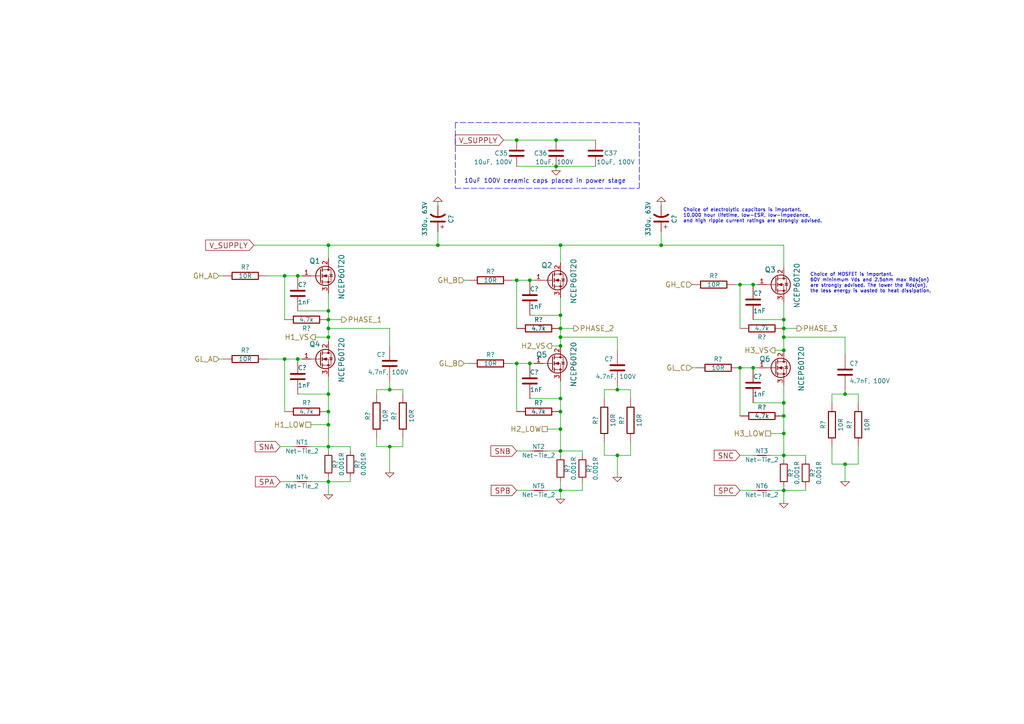
<source format=kicad_sch>
(kicad_sch (version 20231120) (generator "eeschema") (generator_version "8.0")
  (paper "A4")
  (title_block (title "Cheap FOCer 2") (date "2020-04-08") (rev "0.9") (company "Shaman Systems") (comment 1 "Root") (comment 4 "Top level"))
  (lib_symbols
    (symbol "BLDC_4-rescue:C-RESCUE-BLDC_4" (pin_numbers hide) (pin_names (offset 0.254))
      (property "Reference" "C" (at 0 2.54 0))
      (property "Value" "C-RESCUE-BLDC_4" (at 0.1524 -2.159 0))
      (symbol "C-RESCUE-BLDC_4_0_1"
        (polyline (pts (xy -2.032 -0.762) (xy 2.032 -0.762)) (stroke (width 0.508)))
        (polyline (pts (xy -2.032 0.762) (xy 2.032 0.762)) (stroke (width 0.508)))
      )
      (symbol "C-RESCUE-BLDC_4_1_1"
        (pin passive line (at 0 5.08 270) (length 4.318) (name "~") (number "1"))
        (pin passive line (at 0 -5.08 90) (length 4.318) (name "~") (number "2"))
      )
    )
    (symbol "BLDC_4-rescue:GND-RESCUE-BLDC_4" (power) (pin_names (offset 0))
      (symbol "GND-RESCUE-BLDC_4_0_1"
        (polyline (pts (xy -1.27 0) (xy 0 -1.27) (xy 1.27 0) (xy -1.27 0)))
      )
      (symbol "GND-RESCUE-BLDC_4_1_1"
        (pin power_in line (at 0 0 90) (length 0) hide (name "GND") (number "1"))
      )
    )
    (symbol "BLDC_4-rescue:R-RESCUE-BLDC_4" (pin_numbers hide) (pin_names (offset 0))
      (property "Reference" "R" (at 2.032 0 90))
      (property "Value" "R-RESCUE-BLDC_4" (at 0.1778 0.0254 90))
      (symbol "R-RESCUE-BLDC_4_0_1"
        (rectangle (start -1.016 3.81) (end 1.016 -3.81) (stroke (width 0.3048)))
      )
      (symbol "R-RESCUE-BLDC_4_1_1"
        (pin passive line (at 0 6.35 270) (length 2.54) (name "~") (number "1"))
        (pin passive line (at 0 -6.35 90) (length 2.54) (name "~") (number "2"))
      )
    )
    (symbol "Cheap FOCer 2 60mm-rescue:CP1-Device" (pin_numbers hide) (pin_names (offset 0.254) hide)
      (property "Reference" "C" (at 0.635 2.54 0))
      (property "Value" "Device_CP1" (at 0.635 -2.54 0))
      (symbol "CP1-Device_0_1"
        (polyline (pts (xy -2.032 0.762) (xy 2.032 0.762)) (stroke (width 0.508)))
        (polyline (pts (xy -1.778 2.286) (xy -0.762 2.286)))
        (polyline (pts (xy -1.27 1.778) (xy -1.27 2.794)))
        (arc (start 2.032 -1.27) (mid 0 -0.5572) (end -2.032 -1.27) (stroke (width 0.508)))
      )
      (symbol "CP1-Device_1_1"
        (pin passive line (at 0 3.81 270) (length 2.794) (name "~") (number "1"))
        (pin passive line (at 0 -3.81 90) (length 3.302) (name "~") (number "2"))
      )
    )
    (symbol "Cheap FOCer 2 60mm-rescue:Net-Tie_2-Device" (pin_numbers hide) (pin_names (offset 0) hide)
      (property "Reference" "NT" (at 0 1.27 0))
      (property "Value" "Device_Net-Tie_2" (at 0 -1.27 0))
      (symbol "Net-Tie_2-Device_0_1"
        (polyline (pts (xy -1.27 0) (xy 1.27 0)) (stroke (width 0.254)))
      )
      (symbol "Net-Tie_2-Device_1_1"
        (pin passive line (at -2.54 0 0) (length 2.54) (name "1") (number "1"))
        (pin passive line (at 2.54 0 180) (length 2.54) (name "2") (number "2"))
      )
    )
    (symbol "Device:C" (pin_numbers hide) (pin_names (offset 0.254))
      (property "Reference" "C" (at 0.635 2.54 0))
      (property "Value" "C" (at 0.635 -2.54 0))
      (symbol "C_0_1"
        (polyline (pts (xy -2.032 -0.762) (xy 2.032 -0.762)) (stroke (width 0.508)))
        (polyline (pts (xy -2.032 0.762) (xy 2.032 0.762)) (stroke (width 0.508)))
      )
      (symbol "C_1_1"
        (pin passive line (at 0 3.81 270) (length 2.794) (name "~") (number "1"))
        (pin passive line (at 0 -3.81 90) (length 2.794) (name "~") (number "2"))
      )
    )
    (symbol "Device:Q_NMOS_GDS" (pin_names (offset 0) hide)
      (property "Reference" "Q" (at 5.08 1.27 0))
      (property "Value" "Q_NMOS_GDS" (at 5.08 -1.27 0))
      (symbol "Q_NMOS_GDS_0_1"
        (polyline (pts (xy 0.254 0) (xy -2.54 0)))
        (polyline (pts (xy 0.254 1.905) (xy 0.254 -1.905)) (stroke (width 0.254)))
        (polyline (pts (xy 0.762 -1.27) (xy 0.762 -2.286)) (stroke (width 0.254)))
        (polyline (pts (xy 0.762 0.508) (xy 0.762 -0.508)) (stroke (width 0.254)))
        (polyline (pts (xy 0.762 2.286) (xy 0.762 1.27)) (stroke (width 0.254)))
        (polyline (pts (xy 2.54 2.54) (xy 2.54 1.778)))
        (polyline (pts (xy 2.54 -2.54) (xy 2.54 0) (xy 0.762 0)))
        (polyline (pts (xy 0.762 -1.778) (xy 3.302 -1.778) (xy 3.302 1.778) (xy 0.762 1.778)))
        (polyline (pts (xy 1.016 0) (xy 2.032 0.381) (xy 2.032 -0.381) (xy 1.016 0)) (fill (type outline)))
        (polyline (pts (xy 2.794 0.508) (xy 2.921 0.381) (xy 3.683 0.381) (xy 3.81 0.254)))
        (polyline (pts (xy 3.302 0.381) (xy 2.921 -0.254) (xy 3.683 -0.254) (xy 3.302 0.381)))
        (circle (center 1.651 0) (radius 2.794) (stroke (width 0.254)))
        (circle (center 2.54 -1.778) (radius 0.254) (fill (type outline)))
        (circle (center 2.54 1.778) (radius 0.254) (fill (type outline)))
      )
      (symbol "Q_NMOS_GDS_1_1"
        (pin input line (at -5.08 0 0) (length 2.54) (name "G") (number "1"))
        (pin passive line (at 2.54 5.08 270) (length 2.54) (name "D") (number "2"))
        (pin passive line (at 2.54 -5.08 90) (length 2.54) (name "S") (number "3"))
      )
    )
    (symbol "Device:R" (pin_numbers hide) (pin_names (offset 0))
      (property "Reference" "R" (at 2.032 0 90))
      (property "Value" "R" (at 0 0 90))
      (symbol "R_0_1"
        (rectangle (start -1.016 -2.54) (end 1.016 2.54) (stroke (width 0.254)))
      )
      (symbol "R_1_1"
        (pin passive line (at 0 3.81 270) (length 1.27) (name "~") (number "1"))
        (pin passive line (at 0 -3.81 90) (length 1.27) (name "~") (number "2"))
      )
    )
  )
  (junction (at 227.33 95.25))
  (junction (at 113.03 129.54))
  (junction (at 86.36 104.14))
  (junction (at 227.33 97.79))
  (junction (at 153.67 105.41))
  (junction (at 95.25 119.38))
  (junction (at 113.03 113.03))
  (junction (at 214.63 106.68))
  (junction (at 149.86 81.28))
  (junction (at 162.56 142.24))
  (junction (at 162.56 119.38))
  (junction (at 227.33 92.71))
  (junction (at 191.77 71.12))
  (junction (at 127 71.12))
  (junction (at 153.67 81.28))
  (junction (at 149.86 40.64))
  (junction (at 161.29 48.26))
  (junction (at 82.55 80.01))
  (junction (at 214.63 82.55))
  (junction (at 179.07 113.03))
  (junction (at 162.56 91.44))
  (junction (at 95.25 90.17))
  (junction (at 82.55 104.14))
  (junction (at 218.44 106.68))
  (junction (at 162.56 130.81))
  (junction (at 227.33 125.73))
  (junction (at 162.56 124.46))
  (junction (at 227.33 101.6))
  (junction (at 227.33 116.84))
  (junction (at 179.07 132.08))
  (junction (at 95.25 123.19))
  (junction (at 149.86 105.41))
  (junction (at 245.11 114.3))
  (junction (at 162.56 115.57))
  (junction (at 95.25 95.25))
  (junction (at 245.11 134.62))
  (junction (at 95.25 71.12))
  (junction (at 162.56 100.33))
  (junction (at 227.33 120.65))
  (junction (at 95.25 97.79))
  (junction (at 95.25 129.54))
  (junction (at 227.33 132.08))
  (junction (at 95.25 139.7))
  (junction (at 95.25 114.3))
  (junction (at 162.56 97.79))
  (junction (at 161.29 40.64))
  (junction (at 162.56 95.25))
  (junction (at 218.44 82.55))
  (junction (at 227.33 142.24))
  (junction (at 162.56 71.12))
  (junction (at 95.25 92.71))
  (junction (at 86.36 80.01))
  (polyline (pts (xy 132.08 35.56) (xy 132.08 54.61)) (stroke (width 0) (type dash)))
  (wire (pts (xy 182.88 113.03) (xy 179.07 113.03)))
  (wire (pts (xy 200.66 106.68) (xy 201.93 106.68)))
  (wire (pts (xy 113.03 113.03) (xy 109.22 113.03)))
  (wire (pts (xy 134.62 105.41) (xy 135.89 105.41)))
  (wire (pts (xy 162.56 95.25) (xy 166.37 95.25)))
  (wire (pts (xy 179.07 132.08) (xy 175.26 132.08)))
  (wire (pts (xy 227.33 146.05) (xy 227.33 142.24)))
  (wire (pts (xy 95.25 90.17) (xy 95.25 92.71)))
  (wire (pts (xy 179.07 111.76) (xy 179.07 113.03)))
  (wire (pts (xy 248.92 114.3) (xy 245.11 114.3)))
  (wire (pts (xy 95.25 85.09) (xy 95.25 90.17)))
  (wire (pts (xy 95.25 92.71) (xy 95.25 95.25)))
  (wire (pts (xy 214.63 82.55) (xy 214.63 95.25)))
  (wire (pts (xy 245.11 102.87) (xy 245.11 97.79)))
  (wire (pts (xy 227.33 120.65) (xy 227.33 125.73)))
  (wire (pts (xy 233.68 132.08) (xy 227.33 132.08)))
  (wire (pts (xy 227.33 92.71) (xy 227.33 95.25)))
  (wire (pts (xy 162.56 115.57) (xy 162.56 119.38)))
  (wire (pts (xy 153.67 91.44) (xy 162.56 91.44)))
  (wire (pts (xy 90.17 139.7) (xy 95.25 139.7)))
  (wire (pts (xy 86.36 90.17) (xy 95.25 90.17)))
  (wire (pts (xy 81.28 139.7) (xy 85.09 139.7)))
  (wire (pts (xy 162.56 95.25) (xy 162.56 97.79)))
  (wire (pts (xy 153.67 105.41) (xy 154.94 105.41)))
  (wire (pts (xy 162.56 144.78) (xy 162.56 142.24)))
  (wire (pts (xy 168.91 130.81) (xy 162.56 130.81)))
  (wire (pts (xy 233.68 140.97) (xy 233.68 142.24)))
  (wire (pts (xy 127 59.69) (xy 127 58.42)))
  (wire (pts (xy 95.25 123.19) (xy 95.25 129.54)))
  (wire (pts (xy 113.03 100.33) (xy 113.03 95.25)))
  (wire (pts (xy 82.55 92.71) (xy 82.55 80.01)))
  (wire (pts (xy 149.86 119.38) (xy 149.86 105.41)))
  (wire (pts (xy 86.36 80.01) (xy 87.63 80.01)))
  (wire (pts (xy 182.88 128.27) (xy 182.88 132.08)))
  (wire (pts (xy 95.25 109.22) (xy 95.25 114.3)))
  (wire (pts (xy 191.77 71.12) (xy 227.33 71.12)))
  (wire (pts (xy 248.92 134.62) (xy 245.11 134.62)))
  (wire (pts (xy 95.25 97.79) (xy 95.25 99.06)))
  (wire (pts (xy 241.3 114.3) (xy 241.3 116.84)))
  (wire (pts (xy 245.11 113.03) (xy 245.11 114.3)))
  (wire (pts (xy 127 71.12) (xy 162.56 71.12)))
  (wire (pts (xy 227.33 111.76) (xy 227.33 116.84)))
  (wire (pts (xy 158.75 124.46) (xy 162.56 124.46)))
  (wire (pts (xy 113.03 110.49) (xy 113.03 113.03)))
  (wire (pts (xy 127 67.31) (xy 127 71.12)))
  (wire (pts (xy 90.17 129.54) (xy 95.25 129.54)))
  (wire (pts (xy 241.3 134.62) (xy 241.3 129.54)))
  (wire (pts (xy 153.67 81.28) (xy 154.94 81.28)))
  (wire (pts (xy 95.25 95.25) (xy 95.25 97.79)))
  (wire (pts (xy 214.63 142.24) (xy 218.44 142.24)))
  (wire (pts (xy 218.44 82.55) (xy 219.71 82.55)))
  (wire (pts (xy 245.11 114.3) (xy 241.3 114.3)))
  (wire (pts (xy 161.29 48.26) (xy 161.29 49.53)))
  (wire (pts (xy 227.33 116.84) (xy 227.33 120.65)))
  (wire (pts (xy 91.44 97.79) (xy 95.25 97.79)))
  (wire (pts (xy 149.86 81.28) (xy 153.67 81.28)))
  (wire (pts (xy 227.33 71.12) (xy 227.33 77.47)))
  (wire (pts (xy 149.86 142.24) (xy 153.67 142.24)))
  (wire (pts (xy 227.33 95.25) (xy 227.33 97.79)))
  (wire (pts (xy 116.84 113.03) (xy 113.03 113.03)))
  (wire (pts (xy 160.02 100.33) (xy 162.56 100.33)))
  (wire (pts (xy 182.88 132.08) (xy 179.07 132.08)))
  (wire (pts (xy 168.91 132.08) (xy 168.91 130.81)))
  (wire (pts (xy 162.56 86.36) (xy 162.56 91.44)))
  (polyline (pts (xy 185.42 54.61) (xy 185.42 35.56)) (stroke (width 0) (type dash)))
  (wire (pts (xy 179.07 138.43) (xy 179.07 132.08)))
  (wire (pts (xy 224.79 101.6) (xy 227.33 101.6)))
  (wire (pts (xy 95.25 119.38) (xy 95.25 123.19)))
  (wire (pts (xy 101.6 139.7) (xy 95.25 139.7)))
  (wire (pts (xy 95.25 95.25) (xy 113.03 95.25)))
  (wire (pts (xy 95.25 114.3) (xy 95.25 119.38)))
  (wire (pts (xy 162.56 124.46) (xy 162.56 130.81)))
  (wire (pts (xy 227.33 97.79) (xy 227.33 101.6)))
  (wire (pts (xy 162.56 97.79) (xy 162.56 100.33)))
  (wire (pts (xy 179.07 101.6) (xy 179.07 97.79)))
  (wire (pts (xy 162.56 110.49) (xy 162.56 115.57)))
  (wire (pts (xy 63.5 104.14) (xy 64.77 104.14)))
  (wire (pts (xy 161.29 40.64) (xy 172.72 40.64)))
  (wire (pts (xy 214.63 106.68) (xy 218.44 106.68)))
  (wire (pts (xy 227.33 97.79) (xy 245.11 97.79)))
  (wire (pts (xy 218.44 106.68) (xy 219.71 106.68)))
  (wire (pts (xy 95.25 139.7) (xy 95.25 143.51)))
  (wire (pts (xy 116.84 129.54) (xy 113.03 129.54)))
  (wire (pts (xy 168.91 142.24) (xy 162.56 142.24)))
  (wire (pts (xy 191.77 59.69) (xy 191.77 58.42)))
  (wire (pts (xy 86.36 114.3) (xy 95.25 114.3)))
  (wire (pts (xy 95.25 92.71) (xy 99.06 92.71)))
  (wire (pts (xy 86.36 104.14) (xy 87.63 104.14)))
  (wire (pts (xy 227.33 87.63) (xy 227.33 92.71)))
  (wire (pts (xy 146.05 40.64) (xy 149.86 40.64)))
  (wire (pts (xy 113.03 129.54) (xy 109.22 129.54)))
  (wire (pts (xy 223.52 142.24) (xy 227.33 142.24)))
  (wire (pts (xy 73.66 71.12) (xy 95.25 71.12)))
  (wire (pts (xy 116.84 127) (xy 116.84 129.54)))
  (wire (pts (xy 213.36 82.55) (xy 214.63 82.55)))
  (wire (pts (xy 168.91 139.7) (xy 168.91 142.24)))
  (wire (pts (xy 245.11 134.62) (xy 241.3 134.62)))
  (wire (pts (xy 162.56 91.44) (xy 162.56 95.25)))
  (wire (pts (xy 82.55 104.14) (xy 86.36 104.14)))
  (wire (pts (xy 175.26 132.08) (xy 175.26 128.27)))
  (wire (pts (xy 149.86 105.41) (xy 153.67 105.41)))
  (wire (pts (xy 101.6 130.81) (xy 101.6 129.54)))
  (polyline (pts (xy 132.08 54.61) (xy 185.42 54.61)) (stroke (width 0) (type dash)))
  (wire (pts (xy 153.67 115.57) (xy 162.56 115.57)))
  (wire (pts (xy 248.92 129.54) (xy 248.92 134.62)))
  (wire (pts (xy 82.55 119.38) (xy 82.55 104.14)))
  (wire (pts (xy 149.86 130.81) (xy 153.67 130.81)))
  (wire (pts (xy 95.25 71.12) (xy 127 71.12)))
  (wire (pts (xy 218.44 116.84) (xy 227.33 116.84)))
  (wire (pts (xy 95.25 139.7) (xy 95.25 138.43)))
  (wire (pts (xy 227.33 95.25) (xy 231.14 95.25)))
  (wire (pts (xy 162.56 71.12) (xy 191.77 71.12)))
  (wire (pts (xy 148.59 105.41) (xy 149.86 105.41)))
  (wire (pts (xy 223.52 125.73) (xy 227.33 125.73)))
  (wire (pts (xy 158.75 142.24) (xy 162.56 142.24)))
  (wire (pts (xy 77.47 104.14) (xy 82.55 104.14)))
  (wire (pts (xy 148.59 81.28) (xy 149.86 81.28)))
  (wire (pts (xy 248.92 116.84) (xy 248.92 114.3)))
  (wire (pts (xy 90.17 123.19) (xy 95.25 123.19)))
  (wire (pts (xy 63.5 80.01) (xy 64.77 80.01)))
  (wire (pts (xy 158.75 130.81) (xy 162.56 130.81)))
  (wire (pts (xy 162.56 119.38) (xy 162.56 124.46)))
  (wire (pts (xy 223.52 132.08) (xy 227.33 132.08)))
  (wire (pts (xy 95.25 129.54) (xy 95.25 130.81)))
  (wire (pts (xy 233.68 133.35) (xy 233.68 132.08)))
  (wire (pts (xy 77.47 80.01) (xy 82.55 80.01)))
  (wire (pts (xy 101.6 138.43) (xy 101.6 139.7)))
  (wire (pts (xy 162.56 76.2) (xy 162.56 71.12)))
  (wire (pts (xy 101.6 129.54) (xy 95.25 129.54)))
  (wire (pts (xy 116.84 114.3) (xy 116.84 113.03)))
  (wire (pts (xy 113.03 137.16) (xy 113.03 129.54)))
  (wire (pts (xy 82.55 80.01) (xy 86.36 80.01)))
  (wire (pts (xy 218.44 92.71) (xy 227.33 92.71)))
  (wire (pts (xy 81.28 129.54) (xy 85.09 129.54)))
  (wire (pts (xy 162.56 142.24) (xy 162.56 139.7)))
  (wire (pts (xy 227.33 142.24) (xy 227.33 140.97)))
  (wire (pts (xy 227.33 125.73) (xy 227.33 132.08)))
  (wire (pts (xy 214.63 120.65) (xy 214.63 106.68)))
  (wire (pts (xy 162.56 97.79) (xy 179.07 97.79)))
  (wire (pts (xy 95.25 71.12) (xy 95.25 74.93)))
  (wire (pts (xy 227.33 132.08) (xy 227.33 133.35)))
  (wire (pts (xy 109.22 129.54) (xy 109.22 127)))
  (polyline (pts (xy 185.42 35.56) (xy 132.08 35.56)) (stroke (width 0) (type dash)))
  (wire (pts (xy 182.88 115.57) (xy 182.88 113.03)))
  (wire (pts (xy 233.68 142.24) (xy 227.33 142.24)))
  (wire (pts (xy 161.29 48.26) (xy 172.72 48.26)))
  (wire (pts (xy 162.56 130.81) (xy 162.56 132.08)))
  (wire (pts (xy 245.11 139.7) (xy 245.11 134.62)))
  (wire (pts (xy 149.86 81.28) (xy 149.86 95.25)))
  (wire (pts (xy 109.22 113.03) (xy 109.22 114.3)))
  (wire (pts (xy 214.63 132.08) (xy 218.44 132.08)))
  (wire (pts (xy 191.77 67.31) (xy 191.77 71.12)))
  (wire (pts (xy 149.86 40.64) (xy 161.29 40.64)))
  (wire (pts (xy 175.26 113.03) (xy 175.26 115.57)))
  (wire (pts (xy 214.63 82.55) (xy 218.44 82.55)))
  (wire (pts (xy 149.86 48.26) (xy 161.29 48.26)))
  (wire (pts (xy 134.62 81.28) (xy 135.89 81.28)))
  (wire (pts (xy 179.07 113.03) (xy 175.26 113.03)))
  (text "10uF 100V ceramic caps placed in power stage" (at 134.62 53.34 0) (effects (font (size 1.27 1.27)) (justify left bottom)))
  (text "Choice of MOSFET is important. \n60V mininmum Vds and 2.5ohm max Rds(on) \nare strongly advised. The lower the Rds(on), \nthe less energy is wasted to heat dissipation. " (at 234.95 85.09 0) (effects (font (size 0.9906 0.9906)) (justify left bottom)))
  (text "Choice of electrolytic capcitors is important. \n10,000 hour lifetime, low-ESR, low-impedance, \nand high ripple current ratings are strongly advised." (at 198.12 64.77 0) (effects (font (size 0.9906 0.9906)) (justify left bottom)))
  (global_label "SNB" (shape input) (at 149.86 130.81 180) (effects (font (size 1.524 1.524))) (property "Intersheetrefs" "${INTERSHEET_REFS}" (effects (hide yes))))
  (global_label "SNC" (shape input) (at 214.63 132.08 180) (effects (font (size 1.524 1.524))) (property "Intersheetrefs" "${INTERSHEET_REFS}" (effects (hide yes))))
  (global_label "V_SUPPLY" (shape input) (at 146.05 40.64 180) (effects (font (size 1.524 1.524))) (property "Intersheetrefs" "${INTERSHEET_REFS}" (effects (hide yes))))
  (global_label "SNA" (shape input) (at 81.28 129.54 180) (effects (font (size 1.524 1.524))) (property "Intersheetrefs" "${INTERSHEET_REFS}" (effects (hide yes))))
  (global_label "SPC" (shape input) (at 214.63 142.24 180) (effects (font (size 1.524 1.524))) (property "Intersheetrefs" "${INTERSHEET_REFS}" (effects (hide yes))))
  (global_label "SPA" (shape input) (at 81.28 139.7 180) (effects (font (size 1.524 1.524))) (property "Intersheetrefs" "${INTERSHEET_REFS}" (effects (hide yes))))
  (global_label "V_SUPPLY" (shape input) (at 73.66 71.12 180) (effects (font (size 1.524 1.524))) (property "Intersheetrefs" "${INTERSHEET_REFS}" (effects (hide yes))))
  (global_label "SPB" (shape input) (at 149.86 142.24 180) (effects (font (size 1.524 1.524))) (property "Intersheetrefs" "${INTERSHEET_REFS}" (effects (hide yes))))
  (hierarchical_label "GH_A" (shape input) (at 63.5 80.01 180) (effects (font (size 1.524 1.524))))
  (hierarchical_label "PHASE_2" (shape output) (at 166.37 95.25 0) (effects (font (size 1.524 1.524))))
  (hierarchical_label "H3_VS" (shape output) (at 224.79 101.6 180) (effects (font (size 1.524 1.524))))
  (hierarchical_label "GL_C" (shape input) (at 200.66 106.68 180) (effects (font (size 1.524 1.524))))
  (hierarchical_label "H2_LOW" (shape passive) (at 158.75 124.46 180) (effects (font (size 1.524 1.524))))
  (hierarchical_label "GH_B" (shape input) (at 134.62 81.28 180) (effects (font (size 1.524 1.524))))
  (hierarchical_label "GL_B" (shape input) (at 134.62 105.41 180) (effects (font (size 1.524 1.524))))
  (hierarchical_label "PHASE_3" (shape output) (at 231.14 95.25 0) (effects (font (size 1.524 1.524))))
  (hierarchical_label "H3_LOW" (shape passive) (at 223.52 125.73 180) (effects (font (size 1.524 1.524))))
  (hierarchical_label "H1_VS" (shape output) (at 91.44 97.79 180) (effects (font (size 1.524 1.524))))
  (hierarchical_label "GH_C" (shape input) (at 200.66 82.55 180) (effects (font (size 1.524 1.524))))
  (hierarchical_label "H2_VS" (shape output) (at 160.02 100.33 180) (effects (font (size 1.524 1.524))))
  (hierarchical_label "GL_A" (shape input) (at 63.5 104.14 180) (effects (font (size 1.524 1.524))))
  (hierarchical_label "H1_LOW" (shape passive) (at 90.17 123.19 180) (effects (font (size 1.524 1.524))))
  (hierarchical_label "PHASE_1" (shape output) (at 99.06 92.71 0) (effects (font (size 1.524 1.524))))
  (symbol (lib_id "Device:Q_NMOS_GDS") (at 92.71 80.01 0) (unit 1)
    (property "Reference" "Q1" (at 92.964 75.692 0) (effects (font (size 1.524 1.524)) (justify right)))
    (property "Value" "NCEP60T20" (at 99.06 73.66 90) (effects (font (size 1.524 1.524)) (justify right)))
    (property "Footprint" "shapes3D:TO-220-3_Horizontal_TabUp_no_hole" (effects (hide yes)))
  )
  (symbol (lib_id "Device:Q_NMOS_GDS") (at 92.71 104.14 0) (unit 1)
    (property "Reference" "Q4" (at 92.964 99.822 0) (effects (font (size 1.524 1.524)) (justify right)))
    (property "Value" "NCEP60T20" (at 99.06 97.79 90) (effects (font (size 1.524 1.524)) (justify right)))
    (property "Footprint" "shapes3D:TO-220-3_Horizontal_TabUp_no_hole" (effects (hide yes)))
  )
  (symbol (lib_id "Device:Q_NMOS_GDS") (at 160.02 105.41 0) (unit 1)
    (property "Reference" "Q5" (at 158.75 102.87 0) (effects (font (size 1.524 1.524)) (justify right)))
    (property "Value" "NCEP60T20" (at 166.37 99.06 90) (effects (font (size 1.524 1.524)) (justify right)))
    (property "Footprint" "shapes3D:TO-220-3_Horizontal_TabUp_no_hole" (effects (hide yes)))
  )
  (symbol (lib_id "Device:Q_NMOS_GDS") (at 160.02 81.28 0) (unit 1)
    (property "Reference" "Q2" (at 160.274 76.962 0) (effects (font (size 1.524 1.524)) (justify right)))
    (property "Value" "NCEP60T20" (at 166.37 74.93 90) (effects (font (size 1.524 1.524)) (justify right)))
    (property "Footprint" "shapes3D:TO-220-3_Horizontal_TabUp_no_hole" (effects (hide yes)))
  )
  (symbol (lib_id "Device:Q_NMOS_GDS") (at 224.79 82.55 0) (unit 1)
    (property "Reference" "Q3" (at 225.044 78.232 0) (effects (font (size 1.524 1.524)) (justify right)))
    (property "Value" "NCEP60T20" (at 231.14 76.2 90) (effects (font (size 1.524 1.524)) (justify right)))
    (property "Footprint" "shapes3D:TO-220-3_Horizontal_TabUp_no_hole" (effects (hide yes)))
  )
  (symbol (lib_id "Device:Q_NMOS_GDS") (at 224.79 106.68 0) (unit 1)
    (property "Reference" "Q6" (at 223.52 104.14 0) (effects (font (size 1.524 1.524)) (justify right)))
    (property "Value" "NCEP60T20" (at 232.41 100.33 90) (effects (font (size 1.524 1.524)) (justify right)))
    (property "Footprint" "shapes3D:TO-220-3_Horizontal_TabUp_no_hole" (effects (hide yes)))
  )
  (symbol (lib_id "Device:R") (at 95.25 134.62 0) (mirror x) (unit 1)
    (property "Reference" "R56" (at 97.282 134.62 90))
    (property "Value" "0.001R" (at 99.06 134.62 90))
    (property "Footprint" "shapes3D:R_2512_Yageo_big_pads" (effects (hide yes)))
    (property "Datasheet" "https://www.mouser.com/datasheet/2/54/ss2h-2512-1302652.pdf" (effects (hide yes)))
    (instances (project "" (path "" (reference "R?") (unit 1)) (path "" (reference "R56") (unit 1))))
  )
  (symbol (lib_id "BLDC_4-rescue:GND-RESCUE-BLDC_4") (at 95.25 143.51 0) (unit 1)
    (property "Reference" "#PWR061" (effects (hide yes)))
    (property "Value" "GND" (effects (hide yes)))
    (instances (project "" (path "" (reference "#PWR?") (unit 1)) (path "" (reference "#PWR061") (unit 1))))
  )
  (symbol (lib_id "Device:R") (at 162.56 135.89 0) (mirror x) (unit 1)
    (property "Reference" "R58" (at 164.592 135.89 90))
    (property "Value" "0.001R" (at 166.37 135.89 90))
    (property "Footprint" "shapes3D:R_2512_Yageo_big_pads" (effects (hide yes)))
    (instances (project "" (path "" (reference "R?") (unit 1)) (path "" (reference "R58") (unit 1))))
  )
  (symbol (lib_id "Device:R") (at 227.33 137.16 0) (mirror x) (unit 1)
    (property "Reference" "R60" (at 229.362 137.16 90))
    (property "Value" "0.001R" (at 231.14 137.16 90))
    (property "Footprint" "shapes3D:R_2512_Yageo_big_pads" (effects (hide yes)))
    (instances (project "" (path "" (reference "R?") (unit 1)) (path "" (reference "R60") (unit 1))))
  )
  (symbol (lib_id "BLDC_4-rescue:GND-RESCUE-BLDC_4") (at 162.56 144.78 0) (unit 1)
    (property "Reference" "#PWR062" (effects (hide yes)))
    (property "Value" "GND" (effects (hide yes)))
    (instances (project "" (path "" (reference "#PWR?") (unit 1)) (path "" (reference "#PWR062") (unit 1))))
  )
  (symbol (lib_id "BLDC_4-rescue:GND-RESCUE-BLDC_4") (at 227.33 146.05 0) (unit 1)
    (property "Reference" "#PWR063" (effects (hide yes)))
    (property "Value" "GND" (effects (hide yes)))
    (instances (project "" (path "" (reference "#PWR?") (unit 1)) (path "" (reference "#PWR063") (unit 1))))
  )
  (symbol (lib_id "Cheap FOCer 2 60mm-rescue:CP1-Device") (at 127 63.5 180) (unit 1)
    (property "Reference" "C38" (at 130.81 62.23 90) (effects (justify left)))
    (property "Value" "330u, 63V" (at 123.19 58.42 90) (effects (justify left)))
    (property "Footprint" "w_capacitors:CP_10x20mm_hor_with_model_brd_edge" (effects (hide yes)))
    (instances (project "" (path "" (reference "C?") (unit 1)) (path "" (reference "C38") (unit 1))))
  )
  (symbol (lib_id "BLDC_4-rescue:GND-RESCUE-BLDC_4") (at 127 58.42 180) (unit 1)
    (property "Reference" "#PWR056" (effects (hide yes)))
    (property "Value" "GND" (effects (hide yes)))
    (instances (project "" (path "" (reference "#PWR?") (unit 1)) (path "" (reference "#PWR056") (unit 1))))
  )
  (symbol (lib_id "Device:C") (at 161.29 44.45 180) (unit 1)
    (property "Reference" "C36" (at 158.75 44.45 0) (effects (justify left)))
    (property "Value" "10uF, 100V" (at 166.37 46.99 0) (effects (justify left)))
    (property "Footprint" "Capacitor_SMD:C_2220_5650Metric_Pad1.97x5.40mm_HandSolder" (effects (hide yes)))
  )
  (symbol (lib_id "Device:C") (at 149.86 44.45 180) (unit 1)
    (property "Reference" "C35" (at 147.32 44.45 0) (effects (justify left)))
    (property "Value" "10uF, 100V" (at 148.59 46.99 0) (effects (justify left)))
    (property "Footprint" "Capacitor_SMD:C_2220_5650Metric_Pad1.97x5.40mm_HandSolder" (effects (hide yes)))
    (property "Datasheet" "https://www.mouser.com/datasheet/2/440/e_WIMA_MKS_4-1139797.pdf" (effects (hide yes)))
  )
  (symbol (lib_id "BLDC_4-rescue:GND-RESCUE-BLDC_4") (at 161.29 49.53 0) (unit 1)
    (property "Reference" "#PWR055" (effects (hide yes)))
    (property "Value" "GND" (effects (hide yes)))
    (instances (project "" (path "" (reference "#PWR?") (unit 1)) (path "" (reference "#PWR055") (unit 1))))
  )
  (symbol (lib_id "BLDC_4-rescue:R-RESCUE-BLDC_4") (at 88.9 119.38 90) (unit 1)
    (property "Reference" "R?" (at 88.9 116.84 90))
    (property "Value" "4.7k" (at 88.9 119.38 90))
    (property "Footprint" "Resistor_SMD:R_0603_1608Metric" (effects (hide yes)))
    (instances (project "" (path "" (reference "R?") (unit 1)) (path "" (reference "R50") (unit 1)) (path "" (reference "R?") (unit 1))))
  )
  (symbol (lib_id "BLDC_4-rescue:R-RESCUE-BLDC_4") (at 156.21 119.38 270) (unit 1)
    (property "Reference" "R?" (at 156.21 116.84 90))
    (property "Value" "4.7k" (at 156.21 119.38 90))
    (property "Footprint" "Resistor_SMD:R_0603_1608Metric" (effects (hide yes)))
    (instances (project "" (path "" (reference "R?") (unit 1)) (path "" (reference "R51") (unit 1)) (path "" (reference "R?") (unit 1))))
  )
  (symbol (lib_id "BLDC_4-rescue:R-RESCUE-BLDC_4") (at 220.98 120.65 270) (unit 1)
    (property "Reference" "R?" (at 220.98 118.11 90))
    (property "Value" "4.7k" (at 220.98 120.65 90))
    (property "Footprint" "Resistor_SMD:R_0603_1608Metric" (effects (hide yes)))
    (instances (project "" (path "" (reference "R?") (unit 1)) (path "" (reference "R52") (unit 1)) (path "" (reference "R?") (unit 1))))
  )
  (symbol (lib_id "BLDC_4-rescue:R-RESCUE-BLDC_4") (at 88.9 92.71 90) (unit 1)
    (property "Reference" "R?" (at 88.9 95.25 90))
    (property "Value" "4.7k" (at 88.9 92.71 90))
    (property "Footprint" "Resistor_SMD:R_0603_1608Metric" (effects (hide yes)))
    (instances (project "" (path "" (reference "R?") (unit 1)) (path "" (reference "R44") (unit 1)) (path "" (reference "R?") (unit 1))))
  )
  (symbol (lib_id "BLDC_4-rescue:R-RESCUE-BLDC_4") (at 156.21 95.25 270) (unit 1)
    (property "Reference" "R?" (at 156.21 92.71 90))
    (property "Value" "4.7k" (at 156.21 95.25 90))
    (property "Footprint" "Resistor_SMD:R_0603_1608Metric" (effects (hide yes)))
    (instances (project "" (path "" (reference "R?") (unit 1)) (path "" (reference "R45") (unit 1)) (path "" (reference "R?") (unit 1))))
  )
  (symbol (lib_id "BLDC_4-rescue:R-RESCUE-BLDC_4") (at 220.98 95.25 270) (unit 1)
    (property "Reference" "R?" (at 220.98 97.79 90))
    (property "Value" "4.7k" (at 220.98 95.25 90))
    (property "Footprint" "Resistor_SMD:R_0603_1608Metric" (effects (hide yes)))
    (instances (project "" (path "" (reference "R?") (unit 1)) (path "" (reference "R46") (unit 1)) (path "" (reference "R?") (unit 1))))
  )
  (symbol (lib_id "BLDC_4-rescue:R-RESCUE-BLDC_4") (at 109.22 120.65 180) (unit 1)
    (property "Reference" "R53" (at 106.68 120.65 90))
    (property "Value" "10R" (at 111.76 120.65 90))
    (property "Footprint" "Resistor_SMD:R_0805_2012Metric" (effects (hide yes)))
    (instances (project "" (path "" (reference "R?") (unit 1)) (path "" (reference "R53") (unit 1))))
  )
  (symbol (lib_id "BLDC_4-rescue:C-RESCUE-BLDC_4") (at 113.03 105.41 0) (unit 1)
    (property "Reference" "C40" (at 109.22 102.87 0) (effects (justify left)))
    (property "Value" "4.7nF, 100V" (at 106.68 107.95 0) (effects (justify left)))
    (property "Footprint" "Capacitor_SMD:C_0805_2012Metric" (effects (hide yes)))
    (instances (project "" (path "" (reference "C?") (unit 1)) (path "" (reference "C40") (unit 1))))
  )
  (symbol (lib_id "BLDC_4-rescue:GND-RESCUE-BLDC_4") (at 113.03 137.16 0) (unit 1)
    (property "Reference" "#PWR058" (effects (hide yes)))
    (property "Value" "GND" (effects (hide yes)))
    (instances (project "" (path "" (reference "#PWR?") (unit 1)) (path "" (reference "#PWR058") (unit 1))))
  )
  (symbol (lib_id "BLDC_4-rescue:R-RESCUE-BLDC_4") (at 175.26 121.92 180) (unit 1)
    (property "Reference" "R54" (at 172.72 121.92 90))
    (property "Value" "10R" (at 177.8 121.92 90))
    (property "Footprint" "Resistor_SMD:R_0805_2012Metric" (effects (hide yes)))
    (instances (project "" (path "" (reference "R?") (unit 1)) (path "" (reference "R54") (unit 1))))
  )
  (symbol (lib_id "BLDC_4-rescue:C-RESCUE-BLDC_4") (at 179.07 106.68 0) (unit 1)
    (property "Reference" "C41" (at 175.26 104.14 0) (effects (justify left)))
    (property "Value" "4.7nF, 100V" (at 172.72 109.22 0) (effects (justify left)))
    (property "Footprint" "Capacitor_SMD:C_0805_2012Metric" (effects (hide yes)))
    (instances (project "" (path "" (reference "C?") (unit 1)) (path "" (reference "C41") (unit 1))))
  )
  (symbol (lib_id "BLDC_4-rescue:GND-RESCUE-BLDC_4") (at 179.07 138.43 0) (unit 1)
    (property "Reference" "#PWR059" (effects (hide yes)))
    (property "Value" "GND" (effects (hide yes)))
    (instances (project "" (path "" (reference "#PWR?") (unit 1)) (path "" (reference "#PWR059") (unit 1))))
  )
  (symbol (lib_id "BLDC_4-rescue:R-RESCUE-BLDC_4") (at 241.3 123.19 180) (unit 1)
    (property "Reference" "R55" (at 238.76 123.19 90))
    (property "Value" "10R" (at 243.84 123.19 90))
    (property "Footprint" "Resistor_SMD:R_0805_2012Metric" (effects (hide yes)))
    (instances (project "" (path "" (reference "R?") (unit 1)) (path "" (reference "R55") (unit 1))))
  )
  (symbol (lib_id "BLDC_4-rescue:C-RESCUE-BLDC_4") (at 245.11 107.95 0) (unit 1)
    (property "Reference" "C42" (at 246.38 105.41 0) (effects (justify left)))
    (property "Value" "4.7nF, 100V" (at 246.38 110.49 0) (effects (justify left)))
    (property "Footprint" "Capacitor_SMD:C_0805_2012Metric" (effects (hide yes)))
    (instances (project "" (path "" (reference "C?") (unit 1)) (path "" (reference "C42") (unit 1))))
  )
  (symbol (lib_id "BLDC_4-rescue:GND-RESCUE-BLDC_4") (at 245.11 139.7 0) (unit 1)
    (property "Reference" "#PWR060" (effects (hide yes)))
    (property "Value" "GND" (effects (hide yes)))
    (instances (project "" (path "" (reference "#PWR?") (unit 1)) (path "" (reference "#PWR060") (unit 1))))
  )
  (symbol (lib_id "Cheap FOCer 2 60mm-rescue:Net-Tie_2-Device") (at 87.63 129.54 0) (unit 1)
    (property "Reference" "NT1" (at 87.63 128.27 0))
    (property "Value" "Net-Tie_2" (at 87.63 130.81 0))
    (property "Footprint" "NetTie:NetTie-2_SMD_Pad0.5mm" (effects (hide yes)))
  )
  (symbol (lib_id "Cheap FOCer 2 60mm-rescue:Net-Tie_2-Device") (at 87.63 139.7 0) (unit 1)
    (property "Reference" "NT4" (at 87.63 138.43 0))
    (property "Value" "Net-Tie_2" (at 87.63 140.97 0))
    (property "Footprint" "NetTie:NetTie-2_SMD_Pad0.5mm" (effects (hide yes)))
  )
  (symbol (lib_id "Cheap FOCer 2 60mm-rescue:Net-Tie_2-Device") (at 156.21 130.81 0) (unit 1)
    (property "Reference" "NT2" (at 156.21 129.54 0))
    (property "Value" "Net-Tie_2" (at 156.21 132.08 0))
    (property "Footprint" "NetTie:NetTie-2_SMD_Pad0.5mm" (effects (hide yes)))
  )
  (symbol (lib_id "Cheap FOCer 2 60mm-rescue:Net-Tie_2-Device") (at 156.21 142.24 0) (unit 1)
    (property "Reference" "NT5" (at 156.21 140.97 0))
    (property "Value" "Net-Tie_2" (at 156.21 143.51 0))
    (property "Footprint" "NetTie:NetTie-2_SMD_Pad0.5mm" (effects (hide yes)))
  )
  (symbol (lib_id "Cheap FOCer 2 60mm-rescue:Net-Tie_2-Device") (at 220.98 132.08 0) (unit 1)
    (property "Reference" "NT3" (at 220.98 130.81 0))
    (property "Value" "Net-Tie_2" (at 220.98 133.35 0))
    (property "Footprint" "NetTie:NetTie-2_SMD_Pad0.5mm" (effects (hide yes)))
  )
  (symbol (lib_id "Cheap FOCer 2 60mm-rescue:Net-Tie_2-Device") (at 220.98 142.24 0) (unit 1)
    (property "Reference" "NT6" (at 220.98 140.97 0))
    (property "Value" "Net-Tie_2" (at 220.98 143.51 0))
    (property "Footprint" "NetTie:NetTie-2_SMD_Pad0.5mm" (effects (hide yes)))
  )
  (symbol (lib_id "Cheap FOCer 2 60mm-rescue:CP1-Device") (at 191.77 63.5 180) (unit 1)
    (property "Reference" "C39" (at 195.58 62.23 90) (effects (justify left)))
    (property "Value" "330u, 63V" (at 187.96 58.42 90) (effects (justify left)))
    (property "Footprint" "w_capacitors:CP_10x20mm_hor_with_model_brd_edge" (effects (hide yes)))
    (instances (project "" (path "" (reference "C?") (unit 1)) (path "" (reference "C39") (unit 1))))
  )
  (symbol (lib_id "BLDC_4-rescue:GND-RESCUE-BLDC_4") (at 191.77 58.42 180) (unit 1)
    (property "Reference" "#PWR057" (effects (hide yes)))
    (property "Value" "GND" (effects (hide yes)))
    (instances (project "" (path "" (reference "#PWR?") (unit 1)) (path "" (reference "#PWR057") (unit 1))))
  )
  (symbol (lib_id "Device:R") (at 168.91 135.89 0) (mirror x) (unit 1)
    (property "Reference" "R59" (at 170.942 135.89 90))
    (property "Value" "0.001R" (at 172.72 135.89 90))
    (property "Footprint" "shapes3D:R_2512_Yageo_big_pads" (effects (hide yes)))
    (instances (project "" (path "" (reference "R?") (unit 1)) (path "" (reference "R59") (unit 1))))
  )
  (symbol (lib_id "Device:R") (at 101.6 134.62 0) (mirror x) (unit 1)
    (property "Reference" "R57" (at 103.632 134.62 90))
    (property "Value" "0.001R" (at 105.41 134.62 90))
    (property "Footprint" "shapes3D:R_2512_Yageo_big_pads" (effects (hide yes)))
    (instances (project "" (path "" (reference "R?") (unit 1)) (path "" (reference "R57") (unit 1))))
  )
  (symbol (lib_id "Device:R") (at 233.68 137.16 0) (mirror x) (unit 1)
    (property "Reference" "R61" (at 235.712 137.16 90))
    (property "Value" "0.001R" (at 237.49 137.16 90))
    (property "Footprint" "shapes3D:R_2512_Yageo_big_pads" (effects (hide yes)))
    (instances (project "" (path "" (reference "R?") (unit 1)) (path "" (reference "R61") (unit 1))))
  )
  (symbol (lib_id "BLDC_4-rescue:R-RESCUE-BLDC_4") (at 207.01 82.55 270) (unit 1)
    (property "Reference" "R?" (at 207.01 80.01 90))
    (property "Value" "10R" (at 207.01 82.55 90))
    (property "Footprint" "Resistor_SMD:R_0805_2012Metric" (effects (hide yes)))
    (instances (project "" (path "" (reference "R?") (unit 1)) (path "" (reference "R43") (unit 1)) (path "" (reference "R?") (unit 1))))
  )
  (symbol (lib_id "BLDC_4-rescue:R-RESCUE-BLDC_4") (at 208.28 106.68 270) (unit 1)
    (property "Reference" "R?" (at 208.28 104.14 90))
    (property "Value" "10R" (at 208.28 106.68 90))
    (property "Footprint" "Resistor_SMD:R_0805_2012Metric" (effects (hide yes)))
    (instances (project "" (path "" (reference "R?") (unit 1)) (path "" (reference "R49") (unit 1)) (path "" (reference "R?") (unit 1))))
  )
  (symbol (lib_id "BLDC_4-rescue:R-RESCUE-BLDC_4") (at 142.24 81.28 270) (unit 1)
    (property "Reference" "R?" (at 142.24 78.74 90))
    (property "Value" "10R" (at 142.24 81.28 90))
    (property "Footprint" "Resistor_SMD:R_0805_2012Metric" (effects (hide yes)))
    (instances (project "" (path "" (reference "R?") (unit 1)) (path "" (reference "R42") (unit 1)) (path "" (reference "R?") (unit 1))))
  )
  (symbol (lib_id "BLDC_4-rescue:R-RESCUE-BLDC_4") (at 142.24 105.41 270) (unit 1)
    (property "Reference" "R?" (at 142.24 102.87 90))
    (property "Value" "10R" (at 142.24 105.41 90))
    (property "Footprint" "Resistor_SMD:R_0805_2012Metric" (effects (hide yes)))
    (instances (project "" (path "" (reference "R?") (unit 1)) (path "" (reference "R48") (unit 1)) (path "" (reference "R?") (unit 1))))
  )
  (symbol (lib_id "BLDC_4-rescue:R-RESCUE-BLDC_4") (at 71.12 104.14 270) (unit 1)
    (property "Reference" "R?" (at 71.12 101.6 90))
    (property "Value" "10R" (at 71.12 104.14 90))
    (property "Footprint" "Resistor_SMD:R_0805_2012Metric" (effects (hide yes)))
    (instances (project "" (path "" (reference "R?") (unit 1)) (path "" (reference "R47") (unit 1)) (path "" (reference "R?") (unit 1))))
  )
  (symbol (lib_id "BLDC_4-rescue:R-RESCUE-BLDC_4") (at 71.12 80.01 270) (unit 1)
    (property "Reference" "R?" (at 71.12 77.47 90))
    (property "Value" "10R" (at 71.12 80.01 90))
    (property "Footprint" "Resistor_SMD:R_0805_2012Metric" (effects (hide yes)))
    (instances (project "" (path "" (reference "R?") (unit 1)) (path "" (reference "R41") (unit 1)) (path "" (reference "R?") (unit 1))))
  )
  (symbol (lib_id "Device:C") (at 172.72 44.45 180) (unit 1)
    (property "Reference" "C37" (at 179.07 44.45 0) (effects (justify left)))
    (property "Value" "10uF, 100V" (at 184.15 46.99 0) (effects (justify left)))
    (property "Footprint" "Capacitor_SMD:C_2220_5650Metric_Pad1.97x5.40mm_HandSolder" (effects (hide yes)))
    (property "Datasheet" "https://www.mouser.com/datasheet/2/440/e_WIMA_MKS_4-1139797.pdf" (effects (hide yes)))
  )
  (symbol (lib_id "BLDC_4-rescue:R-RESCUE-BLDC_4") (at 116.84 120.65 180) (unit 1)
    (property "Reference" "R33" (at 114.3 120.65 90))
    (property "Value" "10R" (at 119.38 120.65 90))
    (property "Footprint" "Resistor_SMD:R_0805_2012Metric" (effects (hide yes)))
    (instances (project "" (path "" (reference "R?") (unit 1)) (path "" (reference "R33") (unit 1))))
  )
  (symbol (lib_id "BLDC_4-rescue:R-RESCUE-BLDC_4") (at 182.88 121.92 180) (unit 1)
    (property "Reference" "R37" (at 180.34 121.92 90))
    (property "Value" "10R" (at 185.42 121.92 90))
    (property "Footprint" "Resistor_SMD:R_0805_2012Metric" (effects (hide yes)))
    (instances (project "" (path "" (reference "R?") (unit 1)) (path "" (reference "R37") (unit 1))))
  )
  (symbol (lib_id "BLDC_4-rescue:R-RESCUE-BLDC_4") (at 248.92 123.19 180) (unit 1)
    (property "Reference" "R39" (at 246.38 123.19 90))
    (property "Value" "10R" (at 251.46 123.19 90))
    (property "Footprint" "Resistor_SMD:R_0805_2012Metric" (effects (hide yes)))
    (instances (project "" (path "" (reference "R?") (unit 1)) (path "" (reference "R39") (unit 1))))
  )
  (symbol (lib_id "BLDC_4-rescue:C-RESCUE-BLDC_4") (at 86.36 85.09 0) (unit 1)
    (property "Reference" "C61" (at 86.36 82.55 0) (effects (justify left)))
    (property "Value" "1nF" (at 86.36 87.63 0) (effects (justify left)))
    (property "Footprint" "Capacitor_SMD:C_0603_1608Metric" (effects (hide yes)))
    (instances (project "" (path "" (reference "C?") (unit 1)) (path "" (reference "C61") (unit 1))))
  )
  (symbol (lib_id "BLDC_4-rescue:C-RESCUE-BLDC_4") (at 86.36 109.22 0) (unit 1)
    (property "Reference" "C62" (at 86.36 106.68 0) (effects (justify left)))
    (property "Value" "1nF" (at 86.36 111.76 0) (effects (justify left)))
    (property "Footprint" "Capacitor_SMD:C_0603_1608Metric" (effects (hide yes)))
    (instances (project "" (path "" (reference "C?") (unit 1)) (path "" (reference "C62") (unit 1))))
  )
  (symbol (lib_id "BLDC_4-rescue:C-RESCUE-BLDC_4") (at 153.67 110.49 0) (unit 1)
    (property "Reference" "C65" (at 153.67 107.95 0) (effects (justify left)))
    (property "Value" "1nF" (at 153.67 113.03 0) (effects (justify left)))
    (property "Footprint" "Capacitor_SMD:C_0603_1608Metric" (effects (hide yes)))
    (instances (project "" (path "" (reference "C?") (unit 1)) (path "" (reference "C65") (unit 1))))
  )
  (symbol (lib_id "BLDC_4-rescue:C-RESCUE-BLDC_4") (at 153.67 86.36 0) (unit 1)
    (property "Reference" "C63" (at 153.67 83.82 0) (effects (justify left)))
    (property "Value" "1nF" (at 153.67 88.9 0) (effects (justify left)))
    (property "Footprint" "Capacitor_SMD:C_0603_1608Metric" (effects (hide yes)))
    (instances (project "" (path "" (reference "C?") (unit 1)) (path "" (reference "C63") (unit 1))))
  )
  (symbol (lib_id "BLDC_4-rescue:C-RESCUE-BLDC_4") (at 218.44 87.63 0) (unit 1)
    (property "Reference" "C66" (at 218.44 85.09 0) (effects (justify left)))
    (property "Value" "1nF" (at 218.44 90.17 0) (effects (justify left)))
    (property "Footprint" "Capacitor_SMD:C_0603_1608Metric" (effects (hide yes)))
    (instances (project "" (path "" (reference "C?") (unit 1)) (path "" (reference "C66") (unit 1))))
  )
  (symbol (lib_id "BLDC_4-rescue:C-RESCUE-BLDC_4") (at 218.44 111.76 0) (unit 1)
    (property "Reference" "C67" (at 218.44 109.22 0) (effects (justify left)))
    (property "Value" "1nF" (at 218.44 114.3 0) (effects (justify left)))
    (property "Footprint" "Capacitor_SMD:C_0603_1608Metric" (effects (hide yes)))
    (instances (project "" (path "" (reference "C?") (unit 1)) (path "" (reference "C67") (unit 1))))
  )
)
</source>
